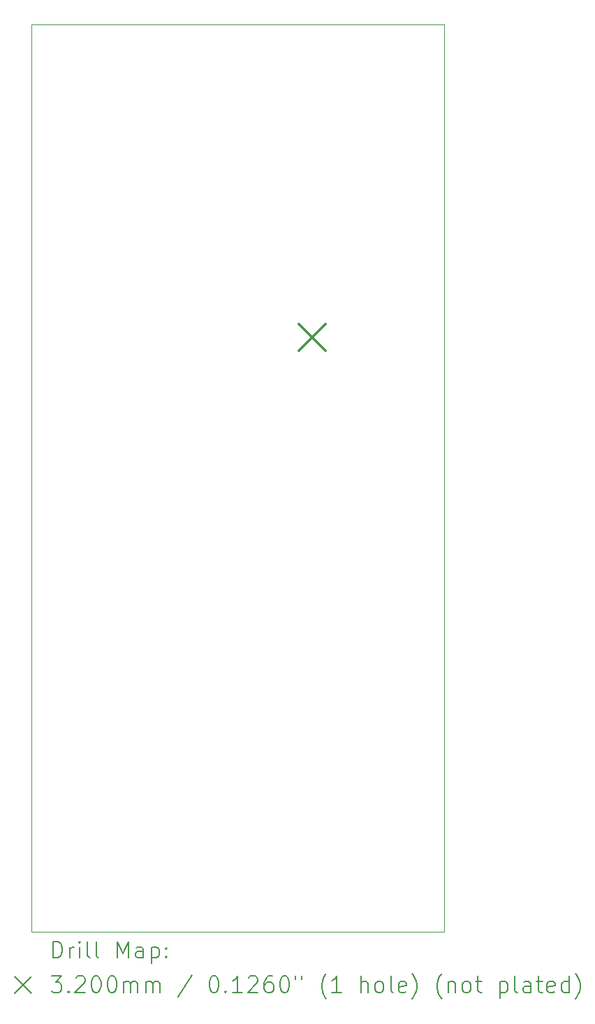
<source format=gbr>
%TF.GenerationSoftware,KiCad,Pcbnew,8.0.6-8.0.6-0~ubuntu22.04.1*%
%TF.CreationDate,2025-02-02T12:48:23+01:00*%
%TF.ProjectId,Drumbox,4472756d-626f-4782-9e6b-696361645f70,rev?*%
%TF.SameCoordinates,Original*%
%TF.FileFunction,Drillmap*%
%TF.FilePolarity,Positive*%
%FSLAX45Y45*%
G04 Gerber Fmt 4.5, Leading zero omitted, Abs format (unit mm)*
G04 Created by KiCad (PCBNEW 8.0.6-8.0.6-0~ubuntu22.04.1) date 2025-02-02 12:48:23*
%MOMM*%
%LPD*%
G01*
G04 APERTURE LIST*
%ADD10C,0.050000*%
%ADD11C,0.200000*%
%ADD12C,0.320000*%
G04 APERTURE END LIST*
D10*
X4790000Y-3380000D02*
X9790000Y-3380000D01*
X9790000Y-3380000D02*
X9790000Y-14380000D01*
X4790000Y-3380000D02*
X4790000Y-14380000D01*
X4790000Y-14380000D02*
X9790000Y-14380000D01*
D11*
D12*
X8030000Y-7010000D02*
X8350000Y-7330000D01*
X8350000Y-7010000D02*
X8030000Y-7330000D01*
D11*
X5048277Y-14693984D02*
X5048277Y-14493984D01*
X5048277Y-14493984D02*
X5095896Y-14493984D01*
X5095896Y-14493984D02*
X5124467Y-14503508D01*
X5124467Y-14503508D02*
X5143515Y-14522555D01*
X5143515Y-14522555D02*
X5153039Y-14541603D01*
X5153039Y-14541603D02*
X5162563Y-14579698D01*
X5162563Y-14579698D02*
X5162563Y-14608269D01*
X5162563Y-14608269D02*
X5153039Y-14646365D01*
X5153039Y-14646365D02*
X5143515Y-14665412D01*
X5143515Y-14665412D02*
X5124467Y-14684460D01*
X5124467Y-14684460D02*
X5095896Y-14693984D01*
X5095896Y-14693984D02*
X5048277Y-14693984D01*
X5248277Y-14693984D02*
X5248277Y-14560650D01*
X5248277Y-14598746D02*
X5257801Y-14579698D01*
X5257801Y-14579698D02*
X5267324Y-14570174D01*
X5267324Y-14570174D02*
X5286372Y-14560650D01*
X5286372Y-14560650D02*
X5305420Y-14560650D01*
X5372086Y-14693984D02*
X5372086Y-14560650D01*
X5372086Y-14493984D02*
X5362563Y-14503508D01*
X5362563Y-14503508D02*
X5372086Y-14513031D01*
X5372086Y-14513031D02*
X5381610Y-14503508D01*
X5381610Y-14503508D02*
X5372086Y-14493984D01*
X5372086Y-14493984D02*
X5372086Y-14513031D01*
X5495896Y-14693984D02*
X5476848Y-14684460D01*
X5476848Y-14684460D02*
X5467324Y-14665412D01*
X5467324Y-14665412D02*
X5467324Y-14493984D01*
X5600658Y-14693984D02*
X5581610Y-14684460D01*
X5581610Y-14684460D02*
X5572086Y-14665412D01*
X5572086Y-14665412D02*
X5572086Y-14493984D01*
X5829229Y-14693984D02*
X5829229Y-14493984D01*
X5829229Y-14493984D02*
X5895896Y-14636841D01*
X5895896Y-14636841D02*
X5962562Y-14493984D01*
X5962562Y-14493984D02*
X5962562Y-14693984D01*
X6143515Y-14693984D02*
X6143515Y-14589222D01*
X6143515Y-14589222D02*
X6133991Y-14570174D01*
X6133991Y-14570174D02*
X6114943Y-14560650D01*
X6114943Y-14560650D02*
X6076848Y-14560650D01*
X6076848Y-14560650D02*
X6057801Y-14570174D01*
X6143515Y-14684460D02*
X6124467Y-14693984D01*
X6124467Y-14693984D02*
X6076848Y-14693984D01*
X6076848Y-14693984D02*
X6057801Y-14684460D01*
X6057801Y-14684460D02*
X6048277Y-14665412D01*
X6048277Y-14665412D02*
X6048277Y-14646365D01*
X6048277Y-14646365D02*
X6057801Y-14627317D01*
X6057801Y-14627317D02*
X6076848Y-14617793D01*
X6076848Y-14617793D02*
X6124467Y-14617793D01*
X6124467Y-14617793D02*
X6143515Y-14608269D01*
X6238753Y-14560650D02*
X6238753Y-14760650D01*
X6238753Y-14570174D02*
X6257801Y-14560650D01*
X6257801Y-14560650D02*
X6295896Y-14560650D01*
X6295896Y-14560650D02*
X6314943Y-14570174D01*
X6314943Y-14570174D02*
X6324467Y-14579698D01*
X6324467Y-14579698D02*
X6333991Y-14598746D01*
X6333991Y-14598746D02*
X6333991Y-14655888D01*
X6333991Y-14655888D02*
X6324467Y-14674936D01*
X6324467Y-14674936D02*
X6314943Y-14684460D01*
X6314943Y-14684460D02*
X6295896Y-14693984D01*
X6295896Y-14693984D02*
X6257801Y-14693984D01*
X6257801Y-14693984D02*
X6238753Y-14684460D01*
X6419705Y-14674936D02*
X6429229Y-14684460D01*
X6429229Y-14684460D02*
X6419705Y-14693984D01*
X6419705Y-14693984D02*
X6410182Y-14684460D01*
X6410182Y-14684460D02*
X6419705Y-14674936D01*
X6419705Y-14674936D02*
X6419705Y-14693984D01*
X6419705Y-14570174D02*
X6429229Y-14579698D01*
X6429229Y-14579698D02*
X6419705Y-14589222D01*
X6419705Y-14589222D02*
X6410182Y-14579698D01*
X6410182Y-14579698D02*
X6419705Y-14570174D01*
X6419705Y-14570174D02*
X6419705Y-14589222D01*
X4587500Y-14922500D02*
X4787500Y-15122500D01*
X4787500Y-14922500D02*
X4587500Y-15122500D01*
X5029229Y-14913984D02*
X5153039Y-14913984D01*
X5153039Y-14913984D02*
X5086372Y-14990174D01*
X5086372Y-14990174D02*
X5114944Y-14990174D01*
X5114944Y-14990174D02*
X5133991Y-14999698D01*
X5133991Y-14999698D02*
X5143515Y-15009222D01*
X5143515Y-15009222D02*
X5153039Y-15028269D01*
X5153039Y-15028269D02*
X5153039Y-15075888D01*
X5153039Y-15075888D02*
X5143515Y-15094936D01*
X5143515Y-15094936D02*
X5133991Y-15104460D01*
X5133991Y-15104460D02*
X5114944Y-15113984D01*
X5114944Y-15113984D02*
X5057801Y-15113984D01*
X5057801Y-15113984D02*
X5038753Y-15104460D01*
X5038753Y-15104460D02*
X5029229Y-15094936D01*
X5238753Y-15094936D02*
X5248277Y-15104460D01*
X5248277Y-15104460D02*
X5238753Y-15113984D01*
X5238753Y-15113984D02*
X5229229Y-15104460D01*
X5229229Y-15104460D02*
X5238753Y-15094936D01*
X5238753Y-15094936D02*
X5238753Y-15113984D01*
X5324467Y-14933031D02*
X5333991Y-14923508D01*
X5333991Y-14923508D02*
X5353039Y-14913984D01*
X5353039Y-14913984D02*
X5400658Y-14913984D01*
X5400658Y-14913984D02*
X5419705Y-14923508D01*
X5419705Y-14923508D02*
X5429229Y-14933031D01*
X5429229Y-14933031D02*
X5438753Y-14952079D01*
X5438753Y-14952079D02*
X5438753Y-14971127D01*
X5438753Y-14971127D02*
X5429229Y-14999698D01*
X5429229Y-14999698D02*
X5314944Y-15113984D01*
X5314944Y-15113984D02*
X5438753Y-15113984D01*
X5562563Y-14913984D02*
X5581610Y-14913984D01*
X5581610Y-14913984D02*
X5600658Y-14923508D01*
X5600658Y-14923508D02*
X5610182Y-14933031D01*
X5610182Y-14933031D02*
X5619705Y-14952079D01*
X5619705Y-14952079D02*
X5629229Y-14990174D01*
X5629229Y-14990174D02*
X5629229Y-15037793D01*
X5629229Y-15037793D02*
X5619705Y-15075888D01*
X5619705Y-15075888D02*
X5610182Y-15094936D01*
X5610182Y-15094936D02*
X5600658Y-15104460D01*
X5600658Y-15104460D02*
X5581610Y-15113984D01*
X5581610Y-15113984D02*
X5562563Y-15113984D01*
X5562563Y-15113984D02*
X5543515Y-15104460D01*
X5543515Y-15104460D02*
X5533991Y-15094936D01*
X5533991Y-15094936D02*
X5524467Y-15075888D01*
X5524467Y-15075888D02*
X5514944Y-15037793D01*
X5514944Y-15037793D02*
X5514944Y-14990174D01*
X5514944Y-14990174D02*
X5524467Y-14952079D01*
X5524467Y-14952079D02*
X5533991Y-14933031D01*
X5533991Y-14933031D02*
X5543515Y-14923508D01*
X5543515Y-14923508D02*
X5562563Y-14913984D01*
X5753039Y-14913984D02*
X5772086Y-14913984D01*
X5772086Y-14913984D02*
X5791134Y-14923508D01*
X5791134Y-14923508D02*
X5800658Y-14933031D01*
X5800658Y-14933031D02*
X5810182Y-14952079D01*
X5810182Y-14952079D02*
X5819705Y-14990174D01*
X5819705Y-14990174D02*
X5819705Y-15037793D01*
X5819705Y-15037793D02*
X5810182Y-15075888D01*
X5810182Y-15075888D02*
X5800658Y-15094936D01*
X5800658Y-15094936D02*
X5791134Y-15104460D01*
X5791134Y-15104460D02*
X5772086Y-15113984D01*
X5772086Y-15113984D02*
X5753039Y-15113984D01*
X5753039Y-15113984D02*
X5733991Y-15104460D01*
X5733991Y-15104460D02*
X5724467Y-15094936D01*
X5724467Y-15094936D02*
X5714943Y-15075888D01*
X5714943Y-15075888D02*
X5705420Y-15037793D01*
X5705420Y-15037793D02*
X5705420Y-14990174D01*
X5705420Y-14990174D02*
X5714943Y-14952079D01*
X5714943Y-14952079D02*
X5724467Y-14933031D01*
X5724467Y-14933031D02*
X5733991Y-14923508D01*
X5733991Y-14923508D02*
X5753039Y-14913984D01*
X5905420Y-15113984D02*
X5905420Y-14980650D01*
X5905420Y-14999698D02*
X5914943Y-14990174D01*
X5914943Y-14990174D02*
X5933991Y-14980650D01*
X5933991Y-14980650D02*
X5962563Y-14980650D01*
X5962563Y-14980650D02*
X5981610Y-14990174D01*
X5981610Y-14990174D02*
X5991134Y-15009222D01*
X5991134Y-15009222D02*
X5991134Y-15113984D01*
X5991134Y-15009222D02*
X6000658Y-14990174D01*
X6000658Y-14990174D02*
X6019705Y-14980650D01*
X6019705Y-14980650D02*
X6048277Y-14980650D01*
X6048277Y-14980650D02*
X6067324Y-14990174D01*
X6067324Y-14990174D02*
X6076848Y-15009222D01*
X6076848Y-15009222D02*
X6076848Y-15113984D01*
X6172086Y-15113984D02*
X6172086Y-14980650D01*
X6172086Y-14999698D02*
X6181610Y-14990174D01*
X6181610Y-14990174D02*
X6200658Y-14980650D01*
X6200658Y-14980650D02*
X6229229Y-14980650D01*
X6229229Y-14980650D02*
X6248277Y-14990174D01*
X6248277Y-14990174D02*
X6257801Y-15009222D01*
X6257801Y-15009222D02*
X6257801Y-15113984D01*
X6257801Y-15009222D02*
X6267324Y-14990174D01*
X6267324Y-14990174D02*
X6286372Y-14980650D01*
X6286372Y-14980650D02*
X6314943Y-14980650D01*
X6314943Y-14980650D02*
X6333991Y-14990174D01*
X6333991Y-14990174D02*
X6343515Y-15009222D01*
X6343515Y-15009222D02*
X6343515Y-15113984D01*
X6733991Y-14904460D02*
X6562563Y-15161603D01*
X6991134Y-14913984D02*
X7010182Y-14913984D01*
X7010182Y-14913984D02*
X7029229Y-14923508D01*
X7029229Y-14923508D02*
X7038753Y-14933031D01*
X7038753Y-14933031D02*
X7048277Y-14952079D01*
X7048277Y-14952079D02*
X7057801Y-14990174D01*
X7057801Y-14990174D02*
X7057801Y-15037793D01*
X7057801Y-15037793D02*
X7048277Y-15075888D01*
X7048277Y-15075888D02*
X7038753Y-15094936D01*
X7038753Y-15094936D02*
X7029229Y-15104460D01*
X7029229Y-15104460D02*
X7010182Y-15113984D01*
X7010182Y-15113984D02*
X6991134Y-15113984D01*
X6991134Y-15113984D02*
X6972086Y-15104460D01*
X6972086Y-15104460D02*
X6962563Y-15094936D01*
X6962563Y-15094936D02*
X6953039Y-15075888D01*
X6953039Y-15075888D02*
X6943515Y-15037793D01*
X6943515Y-15037793D02*
X6943515Y-14990174D01*
X6943515Y-14990174D02*
X6953039Y-14952079D01*
X6953039Y-14952079D02*
X6962563Y-14933031D01*
X6962563Y-14933031D02*
X6972086Y-14923508D01*
X6972086Y-14923508D02*
X6991134Y-14913984D01*
X7143515Y-15094936D02*
X7153039Y-15104460D01*
X7153039Y-15104460D02*
X7143515Y-15113984D01*
X7143515Y-15113984D02*
X7133991Y-15104460D01*
X7133991Y-15104460D02*
X7143515Y-15094936D01*
X7143515Y-15094936D02*
X7143515Y-15113984D01*
X7343515Y-15113984D02*
X7229229Y-15113984D01*
X7286372Y-15113984D02*
X7286372Y-14913984D01*
X7286372Y-14913984D02*
X7267325Y-14942555D01*
X7267325Y-14942555D02*
X7248277Y-14961603D01*
X7248277Y-14961603D02*
X7229229Y-14971127D01*
X7419706Y-14933031D02*
X7429229Y-14923508D01*
X7429229Y-14923508D02*
X7448277Y-14913984D01*
X7448277Y-14913984D02*
X7495896Y-14913984D01*
X7495896Y-14913984D02*
X7514944Y-14923508D01*
X7514944Y-14923508D02*
X7524467Y-14933031D01*
X7524467Y-14933031D02*
X7533991Y-14952079D01*
X7533991Y-14952079D02*
X7533991Y-14971127D01*
X7533991Y-14971127D02*
X7524467Y-14999698D01*
X7524467Y-14999698D02*
X7410182Y-15113984D01*
X7410182Y-15113984D02*
X7533991Y-15113984D01*
X7705420Y-14913984D02*
X7667325Y-14913984D01*
X7667325Y-14913984D02*
X7648277Y-14923508D01*
X7648277Y-14923508D02*
X7638753Y-14933031D01*
X7638753Y-14933031D02*
X7619706Y-14961603D01*
X7619706Y-14961603D02*
X7610182Y-14999698D01*
X7610182Y-14999698D02*
X7610182Y-15075888D01*
X7610182Y-15075888D02*
X7619706Y-15094936D01*
X7619706Y-15094936D02*
X7629229Y-15104460D01*
X7629229Y-15104460D02*
X7648277Y-15113984D01*
X7648277Y-15113984D02*
X7686372Y-15113984D01*
X7686372Y-15113984D02*
X7705420Y-15104460D01*
X7705420Y-15104460D02*
X7714944Y-15094936D01*
X7714944Y-15094936D02*
X7724467Y-15075888D01*
X7724467Y-15075888D02*
X7724467Y-15028269D01*
X7724467Y-15028269D02*
X7714944Y-15009222D01*
X7714944Y-15009222D02*
X7705420Y-14999698D01*
X7705420Y-14999698D02*
X7686372Y-14990174D01*
X7686372Y-14990174D02*
X7648277Y-14990174D01*
X7648277Y-14990174D02*
X7629229Y-14999698D01*
X7629229Y-14999698D02*
X7619706Y-15009222D01*
X7619706Y-15009222D02*
X7610182Y-15028269D01*
X7848277Y-14913984D02*
X7867325Y-14913984D01*
X7867325Y-14913984D02*
X7886372Y-14923508D01*
X7886372Y-14923508D02*
X7895896Y-14933031D01*
X7895896Y-14933031D02*
X7905420Y-14952079D01*
X7905420Y-14952079D02*
X7914944Y-14990174D01*
X7914944Y-14990174D02*
X7914944Y-15037793D01*
X7914944Y-15037793D02*
X7905420Y-15075888D01*
X7905420Y-15075888D02*
X7895896Y-15094936D01*
X7895896Y-15094936D02*
X7886372Y-15104460D01*
X7886372Y-15104460D02*
X7867325Y-15113984D01*
X7867325Y-15113984D02*
X7848277Y-15113984D01*
X7848277Y-15113984D02*
X7829229Y-15104460D01*
X7829229Y-15104460D02*
X7819706Y-15094936D01*
X7819706Y-15094936D02*
X7810182Y-15075888D01*
X7810182Y-15075888D02*
X7800658Y-15037793D01*
X7800658Y-15037793D02*
X7800658Y-14990174D01*
X7800658Y-14990174D02*
X7810182Y-14952079D01*
X7810182Y-14952079D02*
X7819706Y-14933031D01*
X7819706Y-14933031D02*
X7829229Y-14923508D01*
X7829229Y-14923508D02*
X7848277Y-14913984D01*
X7991134Y-14913984D02*
X7991134Y-14952079D01*
X8067325Y-14913984D02*
X8067325Y-14952079D01*
X8362563Y-15190174D02*
X8353039Y-15180650D01*
X8353039Y-15180650D02*
X8333991Y-15152079D01*
X8333991Y-15152079D02*
X8324468Y-15133031D01*
X8324468Y-15133031D02*
X8314944Y-15104460D01*
X8314944Y-15104460D02*
X8305420Y-15056841D01*
X8305420Y-15056841D02*
X8305420Y-15018746D01*
X8305420Y-15018746D02*
X8314944Y-14971127D01*
X8314944Y-14971127D02*
X8324468Y-14942555D01*
X8324468Y-14942555D02*
X8333991Y-14923508D01*
X8333991Y-14923508D02*
X8353039Y-14894936D01*
X8353039Y-14894936D02*
X8362563Y-14885412D01*
X8543515Y-15113984D02*
X8429230Y-15113984D01*
X8486372Y-15113984D02*
X8486372Y-14913984D01*
X8486372Y-14913984D02*
X8467325Y-14942555D01*
X8467325Y-14942555D02*
X8448277Y-14961603D01*
X8448277Y-14961603D02*
X8429230Y-14971127D01*
X8781611Y-15113984D02*
X8781611Y-14913984D01*
X8867325Y-15113984D02*
X8867325Y-15009222D01*
X8867325Y-15009222D02*
X8857801Y-14990174D01*
X8857801Y-14990174D02*
X8838753Y-14980650D01*
X8838753Y-14980650D02*
X8810182Y-14980650D01*
X8810182Y-14980650D02*
X8791134Y-14990174D01*
X8791134Y-14990174D02*
X8781611Y-14999698D01*
X8991134Y-15113984D02*
X8972087Y-15104460D01*
X8972087Y-15104460D02*
X8962563Y-15094936D01*
X8962563Y-15094936D02*
X8953039Y-15075888D01*
X8953039Y-15075888D02*
X8953039Y-15018746D01*
X8953039Y-15018746D02*
X8962563Y-14999698D01*
X8962563Y-14999698D02*
X8972087Y-14990174D01*
X8972087Y-14990174D02*
X8991134Y-14980650D01*
X8991134Y-14980650D02*
X9019706Y-14980650D01*
X9019706Y-14980650D02*
X9038753Y-14990174D01*
X9038753Y-14990174D02*
X9048277Y-14999698D01*
X9048277Y-14999698D02*
X9057801Y-15018746D01*
X9057801Y-15018746D02*
X9057801Y-15075888D01*
X9057801Y-15075888D02*
X9048277Y-15094936D01*
X9048277Y-15094936D02*
X9038753Y-15104460D01*
X9038753Y-15104460D02*
X9019706Y-15113984D01*
X9019706Y-15113984D02*
X8991134Y-15113984D01*
X9172087Y-15113984D02*
X9153039Y-15104460D01*
X9153039Y-15104460D02*
X9143515Y-15085412D01*
X9143515Y-15085412D02*
X9143515Y-14913984D01*
X9324468Y-15104460D02*
X9305420Y-15113984D01*
X9305420Y-15113984D02*
X9267325Y-15113984D01*
X9267325Y-15113984D02*
X9248277Y-15104460D01*
X9248277Y-15104460D02*
X9238753Y-15085412D01*
X9238753Y-15085412D02*
X9238753Y-15009222D01*
X9238753Y-15009222D02*
X9248277Y-14990174D01*
X9248277Y-14990174D02*
X9267325Y-14980650D01*
X9267325Y-14980650D02*
X9305420Y-14980650D01*
X9305420Y-14980650D02*
X9324468Y-14990174D01*
X9324468Y-14990174D02*
X9333992Y-15009222D01*
X9333992Y-15009222D02*
X9333992Y-15028269D01*
X9333992Y-15028269D02*
X9238753Y-15047317D01*
X9400658Y-15190174D02*
X9410182Y-15180650D01*
X9410182Y-15180650D02*
X9429230Y-15152079D01*
X9429230Y-15152079D02*
X9438753Y-15133031D01*
X9438753Y-15133031D02*
X9448277Y-15104460D01*
X9448277Y-15104460D02*
X9457801Y-15056841D01*
X9457801Y-15056841D02*
X9457801Y-15018746D01*
X9457801Y-15018746D02*
X9448277Y-14971127D01*
X9448277Y-14971127D02*
X9438753Y-14942555D01*
X9438753Y-14942555D02*
X9429230Y-14923508D01*
X9429230Y-14923508D02*
X9410182Y-14894936D01*
X9410182Y-14894936D02*
X9400658Y-14885412D01*
X9762563Y-15190174D02*
X9753039Y-15180650D01*
X9753039Y-15180650D02*
X9733992Y-15152079D01*
X9733992Y-15152079D02*
X9724468Y-15133031D01*
X9724468Y-15133031D02*
X9714944Y-15104460D01*
X9714944Y-15104460D02*
X9705420Y-15056841D01*
X9705420Y-15056841D02*
X9705420Y-15018746D01*
X9705420Y-15018746D02*
X9714944Y-14971127D01*
X9714944Y-14971127D02*
X9724468Y-14942555D01*
X9724468Y-14942555D02*
X9733992Y-14923508D01*
X9733992Y-14923508D02*
X9753039Y-14894936D01*
X9753039Y-14894936D02*
X9762563Y-14885412D01*
X9838753Y-14980650D02*
X9838753Y-15113984D01*
X9838753Y-14999698D02*
X9848277Y-14990174D01*
X9848277Y-14990174D02*
X9867325Y-14980650D01*
X9867325Y-14980650D02*
X9895896Y-14980650D01*
X9895896Y-14980650D02*
X9914944Y-14990174D01*
X9914944Y-14990174D02*
X9924468Y-15009222D01*
X9924468Y-15009222D02*
X9924468Y-15113984D01*
X10048277Y-15113984D02*
X10029230Y-15104460D01*
X10029230Y-15104460D02*
X10019706Y-15094936D01*
X10019706Y-15094936D02*
X10010182Y-15075888D01*
X10010182Y-15075888D02*
X10010182Y-15018746D01*
X10010182Y-15018746D02*
X10019706Y-14999698D01*
X10019706Y-14999698D02*
X10029230Y-14990174D01*
X10029230Y-14990174D02*
X10048277Y-14980650D01*
X10048277Y-14980650D02*
X10076849Y-14980650D01*
X10076849Y-14980650D02*
X10095896Y-14990174D01*
X10095896Y-14990174D02*
X10105420Y-14999698D01*
X10105420Y-14999698D02*
X10114944Y-15018746D01*
X10114944Y-15018746D02*
X10114944Y-15075888D01*
X10114944Y-15075888D02*
X10105420Y-15094936D01*
X10105420Y-15094936D02*
X10095896Y-15104460D01*
X10095896Y-15104460D02*
X10076849Y-15113984D01*
X10076849Y-15113984D02*
X10048277Y-15113984D01*
X10172087Y-14980650D02*
X10248277Y-14980650D01*
X10200658Y-14913984D02*
X10200658Y-15085412D01*
X10200658Y-15085412D02*
X10210182Y-15104460D01*
X10210182Y-15104460D02*
X10229230Y-15113984D01*
X10229230Y-15113984D02*
X10248277Y-15113984D01*
X10467325Y-14980650D02*
X10467325Y-15180650D01*
X10467325Y-14990174D02*
X10486373Y-14980650D01*
X10486373Y-14980650D02*
X10524468Y-14980650D01*
X10524468Y-14980650D02*
X10543515Y-14990174D01*
X10543515Y-14990174D02*
X10553039Y-14999698D01*
X10553039Y-14999698D02*
X10562563Y-15018746D01*
X10562563Y-15018746D02*
X10562563Y-15075888D01*
X10562563Y-15075888D02*
X10553039Y-15094936D01*
X10553039Y-15094936D02*
X10543515Y-15104460D01*
X10543515Y-15104460D02*
X10524468Y-15113984D01*
X10524468Y-15113984D02*
X10486373Y-15113984D01*
X10486373Y-15113984D02*
X10467325Y-15104460D01*
X10676849Y-15113984D02*
X10657801Y-15104460D01*
X10657801Y-15104460D02*
X10648277Y-15085412D01*
X10648277Y-15085412D02*
X10648277Y-14913984D01*
X10838754Y-15113984D02*
X10838754Y-15009222D01*
X10838754Y-15009222D02*
X10829230Y-14990174D01*
X10829230Y-14990174D02*
X10810182Y-14980650D01*
X10810182Y-14980650D02*
X10772087Y-14980650D01*
X10772087Y-14980650D02*
X10753039Y-14990174D01*
X10838754Y-15104460D02*
X10819706Y-15113984D01*
X10819706Y-15113984D02*
X10772087Y-15113984D01*
X10772087Y-15113984D02*
X10753039Y-15104460D01*
X10753039Y-15104460D02*
X10743515Y-15085412D01*
X10743515Y-15085412D02*
X10743515Y-15066365D01*
X10743515Y-15066365D02*
X10753039Y-15047317D01*
X10753039Y-15047317D02*
X10772087Y-15037793D01*
X10772087Y-15037793D02*
X10819706Y-15037793D01*
X10819706Y-15037793D02*
X10838754Y-15028269D01*
X10905420Y-14980650D02*
X10981611Y-14980650D01*
X10933992Y-14913984D02*
X10933992Y-15085412D01*
X10933992Y-15085412D02*
X10943515Y-15104460D01*
X10943515Y-15104460D02*
X10962563Y-15113984D01*
X10962563Y-15113984D02*
X10981611Y-15113984D01*
X11124468Y-15104460D02*
X11105420Y-15113984D01*
X11105420Y-15113984D02*
X11067325Y-15113984D01*
X11067325Y-15113984D02*
X11048277Y-15104460D01*
X11048277Y-15104460D02*
X11038754Y-15085412D01*
X11038754Y-15085412D02*
X11038754Y-15009222D01*
X11038754Y-15009222D02*
X11048277Y-14990174D01*
X11048277Y-14990174D02*
X11067325Y-14980650D01*
X11067325Y-14980650D02*
X11105420Y-14980650D01*
X11105420Y-14980650D02*
X11124468Y-14990174D01*
X11124468Y-14990174D02*
X11133992Y-15009222D01*
X11133992Y-15009222D02*
X11133992Y-15028269D01*
X11133992Y-15028269D02*
X11038754Y-15047317D01*
X11305420Y-15113984D02*
X11305420Y-14913984D01*
X11305420Y-15104460D02*
X11286373Y-15113984D01*
X11286373Y-15113984D02*
X11248277Y-15113984D01*
X11248277Y-15113984D02*
X11229230Y-15104460D01*
X11229230Y-15104460D02*
X11219706Y-15094936D01*
X11219706Y-15094936D02*
X11210182Y-15075888D01*
X11210182Y-15075888D02*
X11210182Y-15018746D01*
X11210182Y-15018746D02*
X11219706Y-14999698D01*
X11219706Y-14999698D02*
X11229230Y-14990174D01*
X11229230Y-14990174D02*
X11248277Y-14980650D01*
X11248277Y-14980650D02*
X11286373Y-14980650D01*
X11286373Y-14980650D02*
X11305420Y-14990174D01*
X11381611Y-15190174D02*
X11391134Y-15180650D01*
X11391134Y-15180650D02*
X11410182Y-15152079D01*
X11410182Y-15152079D02*
X11419706Y-15133031D01*
X11419706Y-15133031D02*
X11429230Y-15104460D01*
X11429230Y-15104460D02*
X11438753Y-15056841D01*
X11438753Y-15056841D02*
X11438753Y-15018746D01*
X11438753Y-15018746D02*
X11429230Y-14971127D01*
X11429230Y-14971127D02*
X11419706Y-14942555D01*
X11419706Y-14942555D02*
X11410182Y-14923508D01*
X11410182Y-14923508D02*
X11391134Y-14894936D01*
X11391134Y-14894936D02*
X11381611Y-14885412D01*
M02*

</source>
